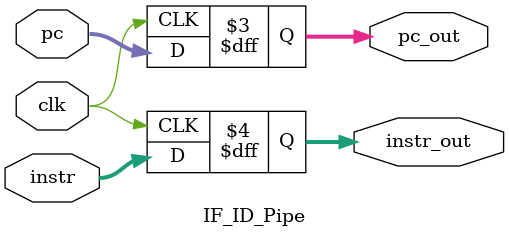
<source format=v>
`timescale 1ns / 1ps

module IF_ID_Pipe(
    input                   clk,
    input       [31:0]      pc,
    input       [31:0]      instr,
    output reg  [31:0]      pc_out,
    output reg  [31:0]      instr_out
  );

  initial
  begin
    pc_out = 0;
    instr_out = 0;
  end

  always @ (posedge clk)
  begin
    pc_out      <= pc;
    instr_out   <= instr;
  end

endmodule

</source>
